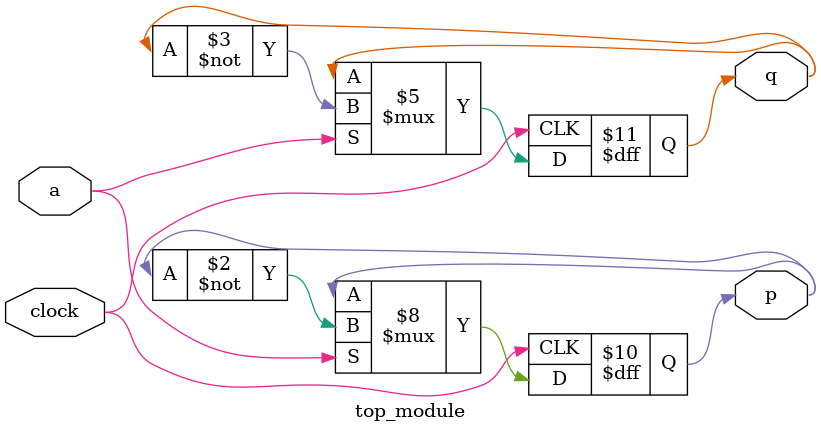
<source format=sv>
module top_module (
  input wire clock,
  input wire a,
  output reg p,
  output reg q
);

  always @(posedge clock) begin
    if (a) begin
      p <= ~p;
      q <= ~q;
    end
    else begin
      p <= p;
      q <= q;
    end
  end

endmodule

</source>
